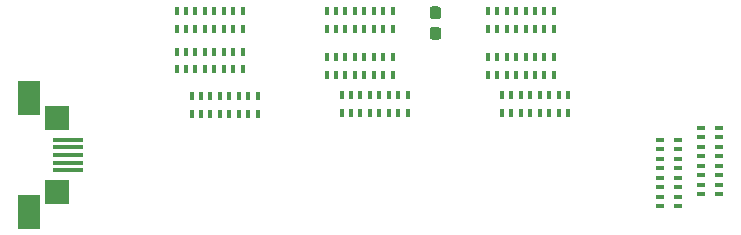
<source format=gtp>
G04 #@! TF.GenerationSoftware,KiCad,Pcbnew,(5.1.4-0-10_14)*
G04 #@! TF.CreationDate,2020-05-16T17:54:32+09:00*
G04 #@! TF.ProjectId,scsiemu,73637369-656d-4752-9e6b-696361645f70,rev?*
G04 #@! TF.SameCoordinates,Original*
G04 #@! TF.FileFunction,Paste,Top*
G04 #@! TF.FilePolarity,Positive*
%FSLAX46Y46*%
G04 Gerber Fmt 4.6, Leading zero omitted, Abs format (unit mm)*
G04 Created by KiCad (PCBNEW (5.1.4-0-10_14)) date 2020-05-16 17:54:32*
%MOMM*%
%LPD*%
G04 APERTURE LIST*
%ADD10C,0.100000*%
%ADD11C,0.950000*%
%ADD12R,0.430000X0.760000*%
%ADD13R,0.760000X0.430000*%
%ADD14R,2.550000X0.400000*%
%ADD15R,2.000000X2.100000*%
%ADD16R,1.900000X3.000000*%
G04 APERTURE END LIST*
D10*
G36*
X138563779Y-82901144D02*
G01*
X138586834Y-82904563D01*
X138609443Y-82910227D01*
X138631387Y-82918079D01*
X138652457Y-82928044D01*
X138672448Y-82940026D01*
X138691168Y-82953910D01*
X138708438Y-82969562D01*
X138724090Y-82986832D01*
X138737974Y-83005552D01*
X138749956Y-83025543D01*
X138759921Y-83046613D01*
X138767773Y-83068557D01*
X138773437Y-83091166D01*
X138776856Y-83114221D01*
X138778000Y-83137500D01*
X138778000Y-83712500D01*
X138776856Y-83735779D01*
X138773437Y-83758834D01*
X138767773Y-83781443D01*
X138759921Y-83803387D01*
X138749956Y-83824457D01*
X138737974Y-83844448D01*
X138724090Y-83863168D01*
X138708438Y-83880438D01*
X138691168Y-83896090D01*
X138672448Y-83909974D01*
X138652457Y-83921956D01*
X138631387Y-83931921D01*
X138609443Y-83939773D01*
X138586834Y-83945437D01*
X138563779Y-83948856D01*
X138540500Y-83950000D01*
X138065500Y-83950000D01*
X138042221Y-83948856D01*
X138019166Y-83945437D01*
X137996557Y-83939773D01*
X137974613Y-83931921D01*
X137953543Y-83921956D01*
X137933552Y-83909974D01*
X137914832Y-83896090D01*
X137897562Y-83880438D01*
X137881910Y-83863168D01*
X137868026Y-83844448D01*
X137856044Y-83824457D01*
X137846079Y-83803387D01*
X137838227Y-83781443D01*
X137832563Y-83758834D01*
X137829144Y-83735779D01*
X137828000Y-83712500D01*
X137828000Y-83137500D01*
X137829144Y-83114221D01*
X137832563Y-83091166D01*
X137838227Y-83068557D01*
X137846079Y-83046613D01*
X137856044Y-83025543D01*
X137868026Y-83005552D01*
X137881910Y-82986832D01*
X137897562Y-82969562D01*
X137914832Y-82953910D01*
X137933552Y-82940026D01*
X137953543Y-82928044D01*
X137974613Y-82918079D01*
X137996557Y-82910227D01*
X138019166Y-82904563D01*
X138042221Y-82901144D01*
X138065500Y-82900000D01*
X138540500Y-82900000D01*
X138563779Y-82901144D01*
X138563779Y-82901144D01*
G37*
D11*
X138303000Y-83425000D03*
D10*
G36*
X138563779Y-81151144D02*
G01*
X138586834Y-81154563D01*
X138609443Y-81160227D01*
X138631387Y-81168079D01*
X138652457Y-81178044D01*
X138672448Y-81190026D01*
X138691168Y-81203910D01*
X138708438Y-81219562D01*
X138724090Y-81236832D01*
X138737974Y-81255552D01*
X138749956Y-81275543D01*
X138759921Y-81296613D01*
X138767773Y-81318557D01*
X138773437Y-81341166D01*
X138776856Y-81364221D01*
X138778000Y-81387500D01*
X138778000Y-81962500D01*
X138776856Y-81985779D01*
X138773437Y-82008834D01*
X138767773Y-82031443D01*
X138759921Y-82053387D01*
X138749956Y-82074457D01*
X138737974Y-82094448D01*
X138724090Y-82113168D01*
X138708438Y-82130438D01*
X138691168Y-82146090D01*
X138672448Y-82159974D01*
X138652457Y-82171956D01*
X138631387Y-82181921D01*
X138609443Y-82189773D01*
X138586834Y-82195437D01*
X138563779Y-82198856D01*
X138540500Y-82200000D01*
X138065500Y-82200000D01*
X138042221Y-82198856D01*
X138019166Y-82195437D01*
X137996557Y-82189773D01*
X137974613Y-82181921D01*
X137953543Y-82171956D01*
X137933552Y-82159974D01*
X137914832Y-82146090D01*
X137897562Y-82130438D01*
X137881910Y-82113168D01*
X137868026Y-82094448D01*
X137856044Y-82074457D01*
X137846079Y-82053387D01*
X137838227Y-82031443D01*
X137832563Y-82008834D01*
X137829144Y-81985779D01*
X137828000Y-81962500D01*
X137828000Y-81387500D01*
X137829144Y-81364221D01*
X137832563Y-81341166D01*
X137838227Y-81318557D01*
X137846079Y-81296613D01*
X137856044Y-81275543D01*
X137868026Y-81255552D01*
X137881910Y-81236832D01*
X137897562Y-81219562D01*
X137914832Y-81203910D01*
X137933552Y-81190026D01*
X137953543Y-81178044D01*
X137974613Y-81168079D01*
X137996557Y-81160227D01*
X138019166Y-81154563D01*
X138042221Y-81151144D01*
X138065500Y-81150000D01*
X138540500Y-81150000D01*
X138563779Y-81151144D01*
X138563779Y-81151144D01*
G37*
D11*
X138303000Y-81675000D03*
D12*
X135159500Y-88648000D03*
X135959500Y-88648000D03*
X130359500Y-88648000D03*
X131159500Y-88648000D03*
X131159500Y-90168000D03*
X130359500Y-90168000D03*
X135959500Y-90168000D03*
X135159500Y-90168000D03*
X131959500Y-88648000D03*
X134359500Y-88648000D03*
X134359500Y-90168000D03*
X131959500Y-90168000D03*
X133559500Y-88648000D03*
X133559500Y-90168000D03*
X132759500Y-88648000D03*
X132759500Y-90168000D03*
D13*
X157355000Y-94850000D03*
X158875000Y-94850000D03*
X157355000Y-95650000D03*
X158875000Y-95650000D03*
X157355000Y-94050000D03*
X157355000Y-96450000D03*
X158875000Y-96450000D03*
X158875000Y-94050000D03*
X157355000Y-97250000D03*
X157355000Y-98050000D03*
X157355000Y-92450000D03*
X157355000Y-93250000D03*
X158875000Y-93250000D03*
X158875000Y-92450000D03*
X158875000Y-98050000D03*
X158875000Y-97250000D03*
D12*
X122459500Y-88711500D03*
X123259500Y-88711500D03*
X117659500Y-88711500D03*
X118459500Y-88711500D03*
X118459500Y-90231500D03*
X117659500Y-90231500D03*
X123259500Y-90231500D03*
X122459500Y-90231500D03*
X119259500Y-88711500D03*
X121659500Y-88711500D03*
X121659500Y-90231500D03*
X119259500Y-90231500D03*
X120859500Y-88711500D03*
X120859500Y-90231500D03*
X120059500Y-88711500D03*
X120059500Y-90231500D03*
X146348500Y-90168000D03*
X146348500Y-88648000D03*
X147148500Y-90168000D03*
X147148500Y-88648000D03*
X145548500Y-90168000D03*
X147948500Y-90168000D03*
X147948500Y-88648000D03*
X145548500Y-88648000D03*
X148748500Y-90168000D03*
X149548500Y-90168000D03*
X143948500Y-90168000D03*
X144748500Y-90168000D03*
X144748500Y-88648000D03*
X143948500Y-88648000D03*
X149548500Y-88648000D03*
X148748500Y-88648000D03*
X133889500Y-81536000D03*
X134689500Y-81536000D03*
X129089500Y-81536000D03*
X129889500Y-81536000D03*
X129889500Y-83056000D03*
X129089500Y-83056000D03*
X134689500Y-83056000D03*
X133889500Y-83056000D03*
X130689500Y-81536000D03*
X133089500Y-81536000D03*
X133089500Y-83056000D03*
X130689500Y-83056000D03*
X132289500Y-81536000D03*
X132289500Y-83056000D03*
X131489500Y-81536000D03*
X131489500Y-83056000D03*
X131489500Y-86929500D03*
X131489500Y-85409500D03*
X132289500Y-86929500D03*
X132289500Y-85409500D03*
X130689500Y-86929500D03*
X133089500Y-86929500D03*
X133089500Y-85409500D03*
X130689500Y-85409500D03*
X133889500Y-86929500D03*
X134689500Y-86929500D03*
X129089500Y-86929500D03*
X129889500Y-86929500D03*
X129889500Y-85409500D03*
X129089500Y-85409500D03*
X134689500Y-85409500D03*
X133889500Y-85409500D03*
D13*
X162304000Y-94634000D03*
X160784000Y-94634000D03*
X162304000Y-93834000D03*
X160784000Y-93834000D03*
X162304000Y-95434000D03*
X162304000Y-93034000D03*
X160784000Y-93034000D03*
X160784000Y-95434000D03*
X162304000Y-92234000D03*
X162304000Y-91434000D03*
X162304000Y-97034000D03*
X162304000Y-96234000D03*
X160784000Y-96234000D03*
X160784000Y-97034000D03*
X160784000Y-91434000D03*
X160784000Y-92234000D03*
D12*
X117189500Y-86485000D03*
X116389500Y-86485000D03*
X121989500Y-86485000D03*
X121189500Y-86485000D03*
X121189500Y-84965000D03*
X121989500Y-84965000D03*
X116389500Y-84965000D03*
X117189500Y-84965000D03*
X120389500Y-86485000D03*
X117989500Y-86485000D03*
X117989500Y-84965000D03*
X120389500Y-84965000D03*
X118789500Y-86485000D03*
X118789500Y-84965000D03*
X119589500Y-86485000D03*
X119589500Y-84965000D03*
X119589500Y-81536000D03*
X119589500Y-83056000D03*
X118789500Y-81536000D03*
X118789500Y-83056000D03*
X120389500Y-81536000D03*
X117989500Y-81536000D03*
X117989500Y-83056000D03*
X120389500Y-83056000D03*
X117189500Y-81536000D03*
X116389500Y-81536000D03*
X121989500Y-81536000D03*
X121189500Y-81536000D03*
X121189500Y-83056000D03*
X121989500Y-83056000D03*
X116389500Y-83056000D03*
X117189500Y-83056000D03*
X145142000Y-83056000D03*
X145142000Y-81536000D03*
X145942000Y-83056000D03*
X145942000Y-81536000D03*
X144342000Y-83056000D03*
X146742000Y-83056000D03*
X146742000Y-81536000D03*
X144342000Y-81536000D03*
X147542000Y-83056000D03*
X148342000Y-83056000D03*
X142742000Y-83056000D03*
X143542000Y-83056000D03*
X143542000Y-81536000D03*
X142742000Y-81536000D03*
X148342000Y-81536000D03*
X147542000Y-81536000D03*
X147542000Y-85409500D03*
X148342000Y-85409500D03*
X142742000Y-85409500D03*
X143542000Y-85409500D03*
X143542000Y-86929500D03*
X142742000Y-86929500D03*
X148342000Y-86929500D03*
X147542000Y-86929500D03*
X144342000Y-85409500D03*
X146742000Y-85409500D03*
X146742000Y-86929500D03*
X144342000Y-86929500D03*
X145942000Y-85409500D03*
X145942000Y-86929500D03*
X145142000Y-85409500D03*
X145142000Y-86929500D03*
D14*
X107161000Y-93076000D03*
X107161000Y-92426000D03*
X107161000Y-95026000D03*
X107161000Y-94376000D03*
X107161000Y-93726000D03*
D15*
X106236000Y-96826000D03*
X106236000Y-90626000D03*
D16*
X103886000Y-88926000D03*
X103886000Y-98526000D03*
M02*

</source>
